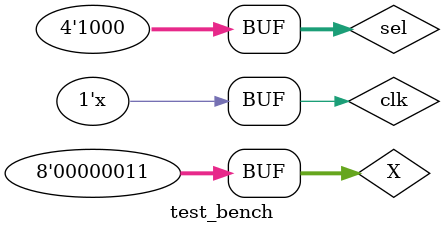
<source format=v>
`timescale 1ns / 1ps


module test_bench;
//All inputs
reg [7:0] X;            //This is the input X
reg [3:0] sel;          //This is for selecting function
reg clk;

//Outputs
wire [31:0] out;         //This is output in 32-bit IEEE-754 format


//Instantiating the main module
main_module M1 (clk, X, sel, out);

initial begin 
    clk = 1'b0;
end

always begin
    #5 clk = ~clk;
end

initial begin
    #5 sel = 4'b0000;  X = 8'b00000011;
    #5 sel = 4'b0001;  X = 8'b00000011;
    #5 sel = 4'b0010;  X = 8'b00000011;
    #5 sel = 4'b0011;  X = 8'b00000011;
    #5 sel = 4'b0100;  X = 8'b00000011;
    #5 sel = 4'b0101;  X = 8'b00000011;
    #5 sel = 4'b0110;  X = 8'b00000011;
    #5 sel = 4'b0111;  X = 8'b00000011;
    #5 sel = 4'b1000;  X = 8'b00000011;
end

endmodule

</source>
